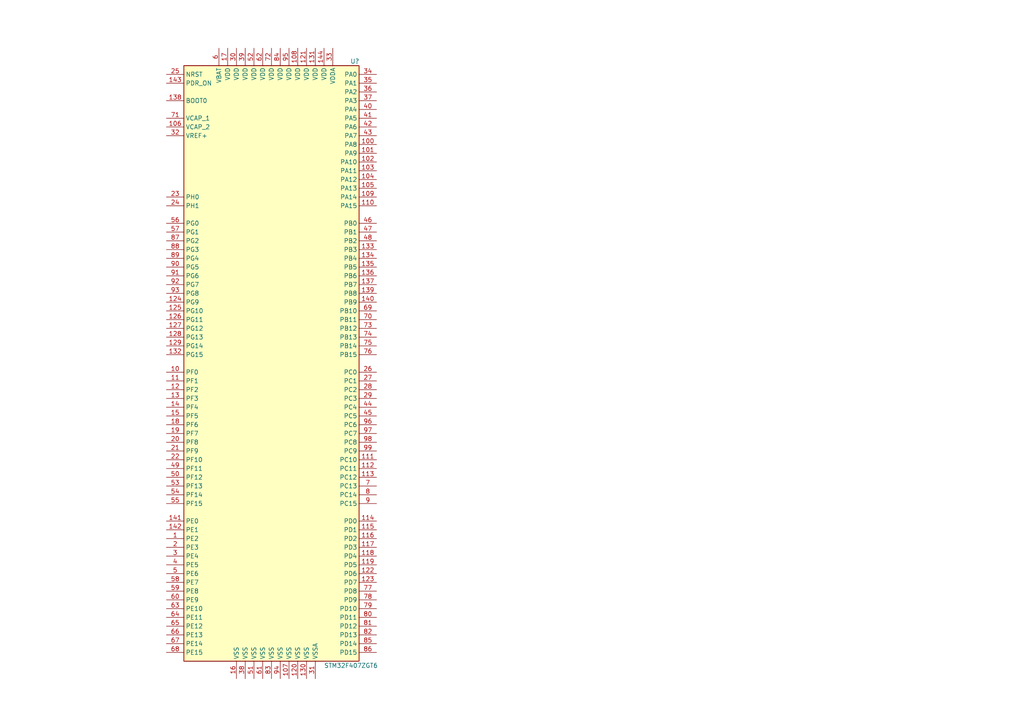
<source format=kicad_sch>
(kicad_sch (version 20211123) (generator eeschema)
  (paper "A4")
  (title_block (title "BLDC Electronic Speed Controller 1.0") (date "2023-01-16") (rev "ESC 1.0") (company "Electrium Mobility") (comment 1 "MCU"))
  (lib_symbols
    (symbol "MCU_ST_STM32F4:STM32F407ZGTx"
      (property "Reference" "U" (at -25.4 87.63 0))
      (property "Value" "STM32F407ZGTx" (at 20.32 87.63 0))
      (symbol "STM32F407ZGTx_0_1"
        (rectangle (start -25.4 -86.36) (end 25.4 86.36) (stroke (width 0.254)) (fill (type background)))
      )
      (symbol "STM32F407ZGTx_1_1"
        (pin bidirectional line (at -30.48 -50.8 0) (length 5.08) (name "PE2") (number "1"))
        (pin bidirectional line (at -30.48 -2.54 0) (length 5.08) (name "PF0") (number "10"))
        (pin bidirectional line (at 30.48 63.5 180) (length 5.08) (name "PA8") (number "100"))
        (pin bidirectional line (at 30.48 60.96 180) (length 5.08) (name "PA9") (number "101"))
        (pin bidirectional line (at 30.48 58.42 180) (length 5.08) (name "PA10") (number "102"))
        (pin bidirectional line (at 30.48 55.88 180) (length 5.08) (name "PA11") (number "103"))
        (pin bidirectional line (at 30.48 53.34 180) (length 5.08) (name "PA12") (number "104"))
        (pin bidirectional line (at 30.48 50.8 180) (length 5.08) (name "PA13") (number "105"))
        (pin power_in line (at -30.48 68.58 0) (length 5.08) (name "VCAP_2") (number "106"))
        (pin power_in line (at 5.08 -91.44 90) (length 5.08) (name "VSS") (number "107"))
        (pin power_in line (at 7.62 91.44 270) (length 5.08) (name "VDD") (number "108"))
        (pin bidirectional line (at 30.48 48.26 180) (length 5.08) (name "PA14") (number "109"))
        (pin bidirectional line (at -30.48 -5.08 0) (length 5.08) (name "PF1") (number "11"))
        (pin bidirectional line (at 30.48 45.72 180) (length 5.08) (name "PA15") (number "110"))
        (pin bidirectional line (at 30.48 -27.94 180) (length 5.08) (name "PC10") (number "111"))
        (pin bidirectional line (at 30.48 -30.48 180) (length 5.08) (name "PC11") (number "112"))
        (pin bidirectional line (at 30.48 -33.02 180) (length 5.08) (name "PC12") (number "113"))
        (pin bidirectional line (at 30.48 -45.72 180) (length 5.08) (name "PD0") (number "114"))
        (pin bidirectional line (at 30.48 -48.26 180) (length 5.08) (name "PD1") (number "115"))
        (pin bidirectional line (at 30.48 -50.8 180) (length 5.08) (name "PD2") (number "116"))
        (pin bidirectional line (at 30.48 -53.34 180) (length 5.08) (name "PD3") (number "117"))
        (pin bidirectional line (at 30.48 -55.88 180) (length 5.08) (name "PD4") (number "118"))
        (pin bidirectional line (at 30.48 -58.42 180) (length 5.08) (name "PD5") (number "119"))
        (pin bidirectional line (at -30.48 -7.62 0) (length 5.08) (name "PF2") (number "12"))
        (pin power_in line (at 7.62 -91.44 90) (length 5.08) (name "VSS") (number "120"))
        (pin power_in line (at 10.16 91.44 270) (length 5.08) (name "VDD") (number "121"))
        (pin bidirectional line (at 30.48 -60.96 180) (length 5.08) (name "PD6") (number "122"))
        (pin bidirectional line (at 30.48 -63.5 180) (length 5.08) (name "PD7") (number "123"))
        (pin bidirectional line (at -30.48 17.78 0) (length 5.08) (name "PG9") (number "124"))
        (pin bidirectional line (at -30.48 15.24 0) (length 5.08) (name "PG10") (number "125"))
        (pin bidirectional line (at -30.48 12.7 0) (length 5.08) (name "PG11") (number "126"))
        (pin bidirectional line (at -30.48 10.16 0) (length 5.08) (name "PG12") (number "127"))
        (pin bidirectional line (at -30.48 7.62 0) (length 5.08) (name "PG13") (number "128"))
        (pin bidirectional line (at -30.48 5.08 0) (length 5.08) (name "PG14") (number "129"))
        (pin bidirectional line (at -30.48 -10.16 0) (length 5.08) (name "PF3") (number "13"))
        (pin power_in line (at 10.16 -91.44 90) (length 5.08) (name "VSS") (number "130"))
        (pin power_in line (at 12.7 91.44 270) (length 5.08) (name "VDD") (number "131"))
        (pin bidirectional line (at -30.48 2.54 0) (length 5.08) (name "PG15") (number "132"))
        (pin bidirectional line (at 30.48 33.02 180) (length 5.08) (name "PB3") (number "133"))
        (pin bidirectional line (at 30.48 30.48 180) (length 5.08) (name "PB4") (number "134"))
        (pin bidirectional line (at 30.48 27.94 180) (length 5.08) (name "PB5") (number "135"))
        (pin bidirectional line (at 30.48 25.4 180) (length 5.08) (name "PB6") (number "136"))
        (pin bidirectional line (at 30.48 22.86 180) (length 5.08) (name "PB7") (number "137"))
        (pin input line (at -30.48 76.2 0) (length 5.08) (name "BOOT0") (number "138"))
        (pin bidirectional line (at 30.48 20.32 180) (length 5.08) (name "PB8") (number "139"))
        (pin bidirectional line (at -30.48 -12.7 0) (length 5.08) (name "PF4") (number "14"))
        (pin bidirectional line (at 30.48 17.78 180) (length 5.08) (name "PB9") (number "140"))
        (pin bidirectional line (at -30.48 -45.72 0) (length 5.08) (name "PE0") (number "141"))
        (pin bidirectional line (at -30.48 -48.26 0) (length 5.08) (name "PE1") (number "142"))
        (pin input line (at -30.48 81.28 0) (length 5.08) (name "PDR_ON") (number "143"))
        (pin power_in line (at 15.24 91.44 270) (length 5.08) (name "VDD") (number "144"))
        (pin bidirectional line (at -30.48 -15.24 0) (length 5.08) (name "PF5") (number "15"))
        (pin power_in line (at -10.16 -91.44 90) (length 5.08) (name "VSS") (number "16"))
        (pin power_in line (at -12.7 91.44 270) (length 5.08) (name "VDD") (number "17"))
        (pin bidirectional line (at -30.48 -17.78 0) (length 5.08) (name "PF6") (number "18"))
        (pin bidirectional line (at -30.48 -20.32 0) (length 5.08) (name "PF7") (number "19"))
        (pin bidirectional line (at -30.48 -53.34 0) (length 5.08) (name "PE3") (number "2"))
        (pin bidirectional line (at -30.48 -22.86 0) (length 5.08) (name "PF8") (number "20"))
        (pin bidirectional line (at -30.48 -25.4 0) (length 5.08) (name "PF9") (number "21"))
        (pin bidirectional line (at -30.48 -27.94 0) (length 5.08) (name "PF10") (number "22"))
        (pin input line (at -30.48 48.26 0) (length 5.08) (name "PH0") (number "23"))
        (pin input line (at -30.48 45.72 0) (length 5.08) (name "PH1") (number "24"))
        (pin input line (at -30.48 83.82 0) (length 5.08) (name "NRST") (number "25"))
        (pin bidirectional line (at 30.48 -2.54 180) (length 5.08) (name "PC0") (number "26"))
        (pin bidirectional line (at 30.48 -5.08 180) (length 5.08) (name "PC1") (number "27"))
        (pin bidirectional line (at 30.48 -7.62 180) (length 5.08) (name "PC2") (number "28"))
        (pin bidirectional line (at 30.48 -10.16 180) (length 5.08) (name "PC3") (number "29"))
        (pin bidirectional line (at -30.48 -55.88 0) (length 5.08) (name "PE4") (number "3"))
        (pin power_in line (at -10.16 91.44 270) (length 5.08) (name "VDD") (number "30"))
        (pin power_in line (at 12.7 -91.44 90) (length 5.08) (name "VSSA") (number "31"))
        (pin power_in line (at -30.48 66.04 0) (length 5.08) (name "VREF+") (number "32"))
        (pin power_in line (at 17.78 91.44 270) (length 5.08) (name "VDDA") (number "33"))
        (pin bidirectional line (at 30.48 83.82 180) (length 5.08) (name "PA0") (number "34"))
        (pin bidirectional line (at 30.48 81.28 180) (length 5.08) (name "PA1") (number "35"))
        (pin bidirectional line (at 30.48 78.74 180) (length 5.08) (name "PA2") (number "36"))
        (pin bidirectional line (at 30.48 76.2 180) (length 5.08) (name "PA3") (number "37"))
        (pin power_in line (at -7.62 -91.44 90) (length 5.08) (name "VSS") (number "38"))
        (pin power_in line (at -7.62 91.44 270) (length 5.08) (name "VDD") (number "39"))
        (pin bidirectional line (at -30.48 -58.42 0) (length 5.08) (name "PE5") (number "4"))
        (pin bidirectional line (at 30.48 73.66 180) (length 5.08) (name "PA4") (number "40"))
        (pin bidirectional line (at 30.48 71.12 180) (length 5.08) (name "PA5") (number "41"))
        (pin bidirectional line (at 30.48 68.58 180) (length 5.08) (name "PA6") (number "42"))
        (pin bidirectional line (at 30.48 66.04 180) (length 5.08) (name "PA7") (number "43"))
        (pin bidirectional line (at 30.48 -12.7 180) (length 5.08) (name "PC4") (number "44"))
        (pin bidirectional line (at 30.48 -15.24 180) (length 5.08) (name "PC5") (number "45"))
        (pin bidirectional line (at 30.48 40.64 180) (length 5.08) (name "PB0") (number "46"))
        (pin bidirectional line (at 30.48 38.1 180) (length 5.08) (name "PB1") (number "47"))
        (pin bidirectional line (at 30.48 35.56 180) (length 5.08) (name "PB2") (number "48"))
        (pin bidirectional line (at -30.48 -30.48 0) (length 5.08) (name "PF11") (number "49"))
        (pin bidirectional line (at -30.48 -60.96 0) (length 5.08) (name "PE6") (number "5"))
        (pin bidirectional line (at -30.48 -33.02 0) (length 5.08) (name "PF12") (number "50"))
        (pin power_in line (at -5.08 -91.44 90) (length 5.08) (name "VSS") (number "51"))
        (pin power_in line (at -5.08 91.44 270) (length 5.08) (name "VDD") (number "52"))
        (pin bidirectional line (at -30.48 -35.56 0) (length 5.08) (name "PF13") (number "53"))
        (pin bidirectional line (at -30.48 -38.1 0) (length 5.08) (name "PF14") (number "54"))
        (pin bidirectional line (at -30.48 -40.64 0) (length 5.08) (name "PF15") (number "55"))
        (pin bidirectional line (at -30.48 40.64 0) (length 5.08) (name "PG0") (number "56"))
        (pin bidirectional line (at -30.48 38.1 0) (length 5.08) (name "PG1") (number "57"))
        (pin bidirectional line (at -30.48 -63.5 0) (length 5.08) (name "PE7") (number "58"))
        (pin bidirectional line (at -30.48 -66.04 0) (length 5.08) (name "PE8") (number "59"))
        (pin power_in line (at -15.24 91.44 270) (length 5.08) (name "VBAT") (number "6"))
        (pin bidirectional line (at -30.48 -68.58 0) (length 5.08) (name "PE9") (number "60"))
        (pin power_in line (at -2.54 -91.44 90) (length 5.08) (name "VSS") (number "61"))
        (pin power_in line (at -2.54 91.44 270) (length 5.08) (name "VDD") (number "62"))
        (pin bidirectional line (at -30.48 -71.12 0) (length 5.08) (name "PE10") (number "63"))
        (pin bidirectional line (at -30.48 -73.66 0) (length 5.08) (name "PE11") (number "64"))
        (pin bidirectional line (at -30.48 -76.2 0) (length 5.08) (name "PE12") (number "65"))
        (pin bidirectional line (at -30.48 -78.74 0) (length 5.08) (name "PE13") (number "66"))
        (pin bidirectional line (at -30.48 -81.28 0) (length 5.08) (name "PE14") (number "67"))
        (pin bidirectional line (at -30.48 -83.82 0) (length 5.08) (name "PE15") (number "68"))
        (pin bidirectional line (at 30.48 15.24 180) (length 5.08) (name "PB10") (number "69"))
        (pin bidirectional line (at 30.48 -35.56 180) (length 5.08) (name "PC13") (number "7"))
        (pin bidirectional line (at 30.48 12.7 180) (length 5.08) (name "PB11") (number "70"))
        (pin power_in line (at -30.48 71.12 0) (length 5.08) (name "VCAP_1") (number "71"))
        (pin power_in line (at 0 91.44 270) (length 5.08) (name "VDD") (number "72"))
        (pin bidirectional line (at 30.48 10.16 180) (length 5.08) (name "PB12") (number "73"))
        (pin bidirectional line (at 30.48 7.62 180) (length 5.08) (name "PB13") (number "74"))
        (pin bidirectional line (at 30.48 5.08 180) (length 5.08) (name "PB14") (number "75"))
        (pin bidirectional line (at 30.48 2.54 180) (length 5.08) (name "PB15") (number "76"))
        (pin bidirectional line (at 30.48 -66.04 180) (length 5.08) (name "PD8") (number "77"))
        (pin bidirectional line (at 30.48 -68.58 180) (length 5.08) (name "PD9") (number "78"))
        (pin bidirectional line (at 30.48 -71.12 180) (length 5.08) (name "PD10") (number "79"))
        (pin bidirectional line (at 30.48 -38.1 180) (length 5.08) (name "PC14") (number "8"))
        (pin bidirectional line (at 30.48 -73.66 180) (length 5.08) (name "PD11") (number "80"))
        (pin bidirectional line (at 30.48 -76.2 180) (length 5.08) (name "PD12") (number "81"))
        (pin bidirectional line (at 30.48 -78.74 180) (length 5.08) (name "PD13") (number "82"))
        (pin power_in line (at 0 -91.44 90) (length 5.08) (name "VSS") (number "83"))
        (pin power_in line (at 2.54 91.44 270) (length 5.08) (name "VDD") (number "84"))
        (pin bidirectional line (at 30.48 -81.28 180) (length 5.08) (name "PD14") (number "85"))
        (pin bidirectional line (at 30.48 -83.82 180) (length 5.08) (name "PD15") (number "86"))
        (pin bidirectional line (at -30.48 35.56 0) (length 5.08) (name "PG2") (number "87"))
        (pin bidirectional line (at -30.48 33.02 0) (length 5.08) (name "PG3") (number "88"))
        (pin bidirectional line (at -30.48 30.48 0) (length 5.08) (name "PG4") (number "89"))
        (pin bidirectional line (at 30.48 -40.64 180) (length 5.08) (name "PC15") (number "9"))
        (pin bidirectional line (at -30.48 27.94 0) (length 5.08) (name "PG5") (number "90"))
        (pin bidirectional line (at -30.48 25.4 0) (length 5.08) (name "PG6") (number "91"))
        (pin bidirectional line (at -30.48 22.86 0) (length 5.08) (name "PG7") (number "92"))
        (pin bidirectional line (at -30.48 20.32 0) (length 5.08) (name "PG8") (number "93"))
        (pin power_in line (at 2.54 -91.44 90) (length 5.08) (name "VSS") (number "94"))
        (pin power_in line (at 5.08 91.44 270) (length 5.08) (name "VDD") (number "95"))
        (pin bidirectional line (at 30.48 -17.78 180) (length 5.08) (name "PC6") (number "96"))
        (pin bidirectional line (at 30.48 -20.32 180) (length 5.08) (name "PC7") (number "97"))
        (pin bidirectional line (at 30.48 -22.86 180) (length 5.08) (name "PC8") (number "98"))
        (pin bidirectional line (at 30.48 -25.4 180) (length 5.08) (name "PC9") (number "99"))
      )
    )
  )
  (symbol (lib_id "MCU_ST_STM32F4:STM32F407ZGTx") (at 78.74 105.41 0) (unit 1)
    (property "Reference" "U?" (at 101.6 17.78 0) (effects (justify left)))
    (property "Value" "STM32F407ZGT6" (at 93.98 193.04 0) (effects (justify left)))
    (property "Footprint" "Package_QFP:LQFP-144_20x20mm_P0.5mm" (effects hide))
    (property "Datasheet" "http://www.st.com/st-web-ui/static/active/en/resource/technical/document/datasheet/DM00037051.pdf" (effects hide))
  )
)
</source>
